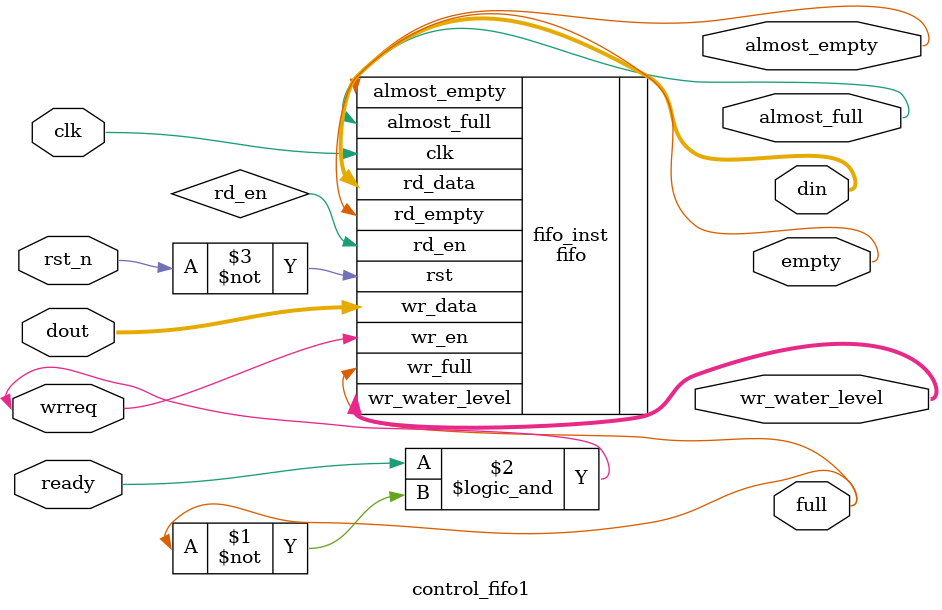
<source format=v>

module control_fifo1(
    input   	        clk        ,
    input           rst_n      ,
    input	[7:0]      dout       ,
    output  [255:0]     din        , //rd_data
    input             ready      ,      //rd_en   
    input             wrreq      ,      //wr_en 
    output	  [10:0] wr_water_level,
    output      almost_full,
    output	      almost_empty,
    output      full,
    output       empty
);
assign wrreq= ready&&~full;

fifo	fifo_inst (
	.rst        ( ~rst_n    ),     //¸´Î»ÐÅºÅÈ¡·´
	.clk      ( clk       ),     //ÏµÍ³Ê±ÖÓ  
	.wr_data        ( dout      ),     //Ð´ÈëÊý¾Ý  
	.rd_data           ( din        ),     //¶Á³öÊý¾Ý	   
	.rd_en       ( rd_en     ),     //¶ÁÊ¹ÄÜ
	.wr_en       ( wrreq     ),     //Ð´Ê¹ÄÜ
	.rd_empty       ( empty     ),     //fifoÎª¿ÕÐÅºÅ
	.wr_full        ( full      ),     //fifo´æÂúÐÅºÅ
                .almost_empty       (almost_empty) ,     //¿ÉÓÃÊý¾ÝÁ¿
                .wr_water_level     (wr_water_level),
	.almost_full         (almost_full)
	);

endmodule 

</source>
